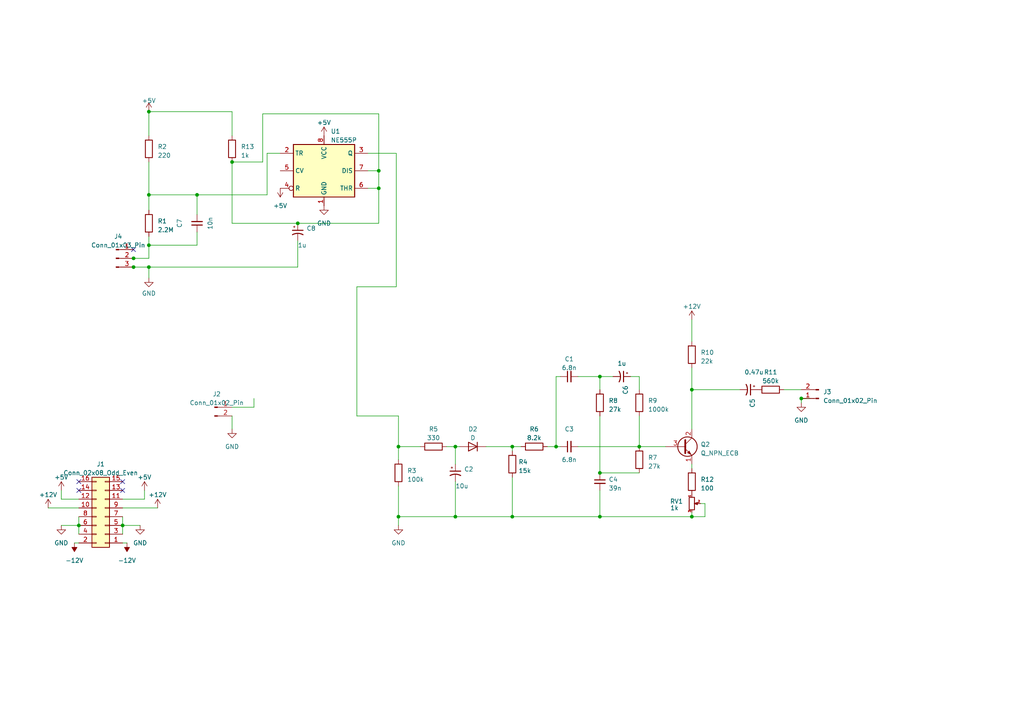
<source format=kicad_sch>
(kicad_sch (version 20230121) (generator eeschema)
  (paper "A4")
  (lib_symbols
    (symbol "Connector:Conn_01x02_Pin" (pin_names (offset 1.016) hide)
      (property "Reference" "J" (at 0 2.54 0))
      (property "Value" "Conn_01x02_Pin" (at 0 -5.08 0))
      (symbol "Conn_01x02_Pin_1_1"
        (polyline (pts (xy 1.27 -2.54) (xy 0.8636 -2.54)) (stroke (width 0.1524)))
        (polyline (pts (xy 1.27 0) (xy 0.8636 0)) (stroke (width 0.1524)))
        (rectangle (start 0.8636 -2.413) (end 0 -2.667) (stroke (width 0.1524)) (fill (type outline)))
        (rectangle (start 0.8636 0.127) (end 0 -0.127) (stroke (width 0.1524)) (fill (type outline)))
        (pin passive line (at 5.08 0 180) (length 3.81) (name "Pin_1") (number "1"))
        (pin passive line (at 5.08 -2.54 180) (length 3.81) (name "Pin_2") (number "2"))
      )
    )
    (symbol "Connector:Conn_01x03_Pin" (pin_names (offset 1.016) hide)
      (property "Reference" "J" (at 0 5.08 0))
      (property "Value" "Conn_01x03_Pin" (at 0 -5.08 0))
      (symbol "Conn_01x03_Pin_1_1"
        (polyline (pts (xy 1.27 -2.54) (xy 0.8636 -2.54)) (stroke (width 0.1524)))
        (polyline (pts (xy 1.27 0) (xy 0.8636 0)) (stroke (width 0.1524)))
        (polyline (pts (xy 1.27 2.54) (xy 0.8636 2.54)) (stroke (width 0.1524)))
        (rectangle (start 0.8636 -2.413) (end 0 -2.667) (stroke (width 0.1524)) (fill (type outline)))
        (rectangle (start 0.8636 0.127) (end 0 -0.127) (stroke (width 0.1524)) (fill (type outline)))
        (rectangle (start 0.8636 2.667) (end 0 2.413) (stroke (width 0.1524)) (fill (type outline)))
        (pin passive line (at 5.08 2.54 180) (length 3.81) (name "Pin_1") (number "1"))
        (pin passive line (at 5.08 0 180) (length 3.81) (name "Pin_2") (number "2"))
        (pin passive line (at 5.08 -2.54 180) (length 3.81) (name "Pin_3") (number "3"))
      )
    )
    (symbol "Connector_Generic:Conn_02x08_Odd_Even" (pin_names (offset 1.016) hide)
      (property "Reference" "J" (at 1.27 10.16 0))
      (property "Value" "Conn_02x08_Odd_Even" (at 1.27 -12.7 0))
      (symbol "Conn_02x08_Odd_Even_1_1"
        (rectangle (start -1.27 -10.033) (end 0 -10.287) (stroke (width 0.1524)))
        (rectangle (start -1.27 -7.493) (end 0 -7.747) (stroke (width 0.1524)))
        (rectangle (start -1.27 -4.953) (end 0 -5.207) (stroke (width 0.1524)))
        (rectangle (start -1.27 -2.413) (end 0 -2.667) (stroke (width 0.1524)))
        (rectangle (start -1.27 0.127) (end 0 -0.127) (stroke (width 0.1524)))
        (rectangle (start -1.27 2.667) (end 0 2.413) (stroke (width 0.1524)))
        (rectangle (start -1.27 5.207) (end 0 4.953) (stroke (width 0.1524)))
        (rectangle (start -1.27 7.747) (end 0 7.493) (stroke (width 0.1524)))
        (rectangle (start -1.27 8.89) (end 3.81 -11.43) (stroke (width 0.254)) (fill (type background)))
        (rectangle (start 3.81 -10.033) (end 2.54 -10.287) (stroke (width 0.1524)))
        (rectangle (start 3.81 -7.493) (end 2.54 -7.747) (stroke (width 0.1524)))
        (rectangle (start 3.81 -4.953) (end 2.54 -5.207) (stroke (width 0.1524)))
        (rectangle (start 3.81 -2.413) (end 2.54 -2.667) (stroke (width 0.1524)))
        (rectangle (start 3.81 0.127) (end 2.54 -0.127) (stroke (width 0.1524)))
        (rectangle (start 3.81 2.667) (end 2.54 2.413) (stroke (width 0.1524)))
        (rectangle (start 3.81 5.207) (end 2.54 4.953) (stroke (width 0.1524)))
        (rectangle (start 3.81 7.747) (end 2.54 7.493) (stroke (width 0.1524)))
        (pin passive line (at -5.08 7.62 0) (length 3.81) (name "Pin_1") (number "1"))
        (pin passive line (at 7.62 -2.54 180) (length 3.81) (name "Pin_10") (number "10"))
        (pin passive line (at -5.08 -5.08 0) (length 3.81) (name "Pin_11") (number "11"))
        (pin passive line (at 7.62 -5.08 180) (length 3.81) (name "Pin_12") (number "12"))
        (pin passive line (at -5.08 -7.62 0) (length 3.81) (name "Pin_13") (number "13"))
        (pin passive line (at 7.62 -7.62 180) (length 3.81) (name "Pin_14") (number "14"))
        (pin passive line (at -5.08 -10.16 0) (length 3.81) (name "Pin_15") (number "15"))
        (pin passive line (at 7.62 -10.16 180) (length 3.81) (name "Pin_16") (number "16"))
        (pin passive line (at 7.62 7.62 180) (length 3.81) (name "Pin_2") (number "2"))
        (pin passive line (at -5.08 5.08 0) (length 3.81) (name "Pin_3") (number "3"))
        (pin passive line (at 7.62 5.08 180) (length 3.81) (name "Pin_4") (number "4"))
        (pin passive line (at -5.08 2.54 0) (length 3.81) (name "Pin_5") (number "5"))
        (pin passive line (at 7.62 2.54 180) (length 3.81) (name "Pin_6") (number "6"))
        (pin passive line (at -5.08 0 0) (length 3.81) (name "Pin_7") (number "7"))
        (pin passive line (at 7.62 0 180) (length 3.81) (name "Pin_8") (number "8"))
        (pin passive line (at -5.08 -2.54 0) (length 3.81) (name "Pin_9") (number "9"))
      )
    )
    (symbol "Device:C_Polarized_Small_US" (pin_numbers hide) (pin_names (offset 0.254) hide)
      (property "Reference" "C" (at 0.254 1.778 0))
      (property "Value" "C_Polarized_Small_US" (at 0.254 -2.032 0))
      (symbol "C_Polarized_Small_US_0_1"
        (polyline (pts (xy -1.524 0.508) (xy 1.524 0.508)) (stroke (width 0.3048)))
        (polyline (pts (xy -1.27 1.524) (xy -0.762 1.524)))
        (polyline (pts (xy -1.016 1.27) (xy -1.016 1.778)))
        (arc (start 1.524 -0.762) (mid 0 -0.3734) (end -1.524 -0.762) (stroke (width 0.3048)))
      )
      (symbol "C_Polarized_Small_US_1_1"
        (pin passive line (at 0 2.54 270) (length 2.032) (name "~") (number "1"))
        (pin passive line (at 0 -2.54 90) (length 2.032) (name "~") (number "2"))
      )
    )
    (symbol "Device:C_Small" (pin_numbers hide) (pin_names (offset 0.254) hide)
      (property "Reference" "C" (at 0.254 1.778 0))
      (property "Value" "C_Small" (at 0.254 -2.032 0))
      (symbol "C_Small_0_1"
        (polyline (pts (xy -1.524 -0.508) (xy 1.524 -0.508)) (stroke (width 0.3302)))
        (polyline (pts (xy -1.524 0.508) (xy 1.524 0.508)) (stroke (width 0.3048)))
      )
      (symbol "C_Small_1_1"
        (pin passive line (at 0 2.54 270) (length 2.032) (name "~") (number "1"))
        (pin passive line (at 0 -2.54 90) (length 2.032) (name "~") (number "2"))
      )
    )
    (symbol "Device:D" (pin_numbers hide) (pin_names (offset 1.016) hide)
      (property "Reference" "D" (at 0 2.54 0))
      (property "Value" "D" (at 0 -2.54 0))
      (symbol "D_0_1"
        (polyline (pts (xy -1.27 1.27) (xy -1.27 -1.27)) (stroke (width 0.254)))
        (polyline (pts (xy 1.27 0) (xy -1.27 0)))
        (polyline (pts (xy 1.27 1.27) (xy 1.27 -1.27) (xy -1.27 0) (xy 1.27 1.27)) (stroke (width 0.254)))
      )
      (symbol "D_1_1"
        (pin passive line (at -3.81 0 0) (length 2.54) (name "K") (number "1"))
        (pin passive line (at 3.81 0 180) (length 2.54) (name "A") (number "2"))
      )
    )
    (symbol "Device:Q_NPN_ECB" (pin_names (offset 0) hide)
      (property "Reference" "Q" (at 5.08 1.27 0))
      (property "Value" "Q_NPN_ECB" (at 5.08 -1.27 0))
      (symbol "Q_NPN_ECB_0_1"
        (polyline (pts (xy 0.635 0.635) (xy 2.54 2.54)))
        (polyline (pts (xy 0.635 -0.635) (xy 2.54 -2.54) (xy 2.54 -2.54)))
        (polyline (pts (xy 0.635 1.905) (xy 0.635 -1.905) (xy 0.635 -1.905)) (stroke (width 0.508)))
        (polyline (pts (xy 1.27 -1.778) (xy 1.778 -1.27) (xy 2.286 -2.286) (xy 1.27 -1.778) (xy 1.27 -1.778)) (fill (type outline)))
        (circle (center 1.27 0) (radius 2.8194) (stroke (width 0.254)))
      )
      (symbol "Q_NPN_ECB_1_1"
        (pin passive line (at 2.54 -5.08 90) (length 2.54) (name "E") (number "1"))
        (pin passive line (at 2.54 5.08 270) (length 2.54) (name "C") (number "2"))
        (pin passive line (at -5.08 0 0) (length 5.715) (name "B") (number "3"))
      )
    )
    (symbol "Device:R" (pin_numbers hide) (pin_names (offset 0))
      (property "Reference" "R" (at 2.032 0 90))
      (property "Value" "R" (at 0 0 90))
      (symbol "R_0_1"
        (rectangle (start -1.016 -2.54) (end 1.016 2.54) (stroke (width 0.254)))
      )
      (symbol "R_1_1"
        (pin passive line (at 0 3.81 270) (length 1.27) (name "~") (number "1"))
        (pin passive line (at 0 -3.81 90) (length 1.27) (name "~") (number "2"))
      )
    )
    (symbol "Device:R_Potentiometer_Small" (pin_names (offset 1.016) hide)
      (property "Reference" "RV" (at -4.445 0 90))
      (property "Value" "R_Potentiometer_Small" (at -2.54 0 90))
      (symbol "R_Potentiometer_Small_0_1"
        (polyline (pts (xy 0.889 0) (xy 0.635 0) (xy 1.651 0.381) (xy 1.651 -0.381) (xy 0.635 0) (xy 0.889 0)) (fill (type outline)))
        (rectangle (start 0.762 1.8034) (end -0.762 -1.8034) (stroke (width 0.254)))
      )
      (symbol "R_Potentiometer_Small_1_1"
        (pin passive line (at 0 2.54 270) (length 0.635) (name "1") (number "1"))
        (pin passive line (at 2.54 0 180) (length 0.9906) (name "2") (number "2"))
        (pin passive line (at 0 -2.54 90) (length 0.635) (name "3") (number "3"))
      )
    )
    (symbol "Timer:NE555P"
      (property "Reference" "U" (at -10.16 8.89 0))
      (property "Value" "NE555P" (at 2.54 8.89 0))
      (symbol "NE555P_0_0"
        (pin power_in line (at 0 -10.16 90) (length 2.54) (name "GND") (number "1"))
        (pin power_in line (at 0 10.16 270) (length 2.54) (name "VCC") (number "8"))
      )
      (symbol "NE555P_0_1"
        (rectangle (start -8.89 -7.62) (end 8.89 7.62) (stroke (width 0.254)) (fill (type background)))
        (rectangle (start -8.89 -7.62) (end 8.89 7.62) (stroke (width 0.254)) (fill (type background)))
      )
      (symbol "NE555P_1_1"
        (pin input line (at -12.7 5.08 0) (length 3.81) (name "TR") (number "2"))
        (pin output line (at 12.7 5.08 180) (length 3.81) (name "Q") (number "3"))
        (pin input inverted (at -12.7 -5.08 0) (length 3.81) (name "R") (number "4"))
        (pin input line (at -12.7 0 0) (length 3.81) (name "CV") (number "5"))
        (pin input line (at 12.7 -5.08 180) (length 3.81) (name "THR") (number "6"))
        (pin input line (at 12.7 0 180) (length 3.81) (name "DIS") (number "7"))
      )
    )
    (symbol "power:+12V" (power) (pin_names (offset 0))
      (property "Value" "+12V" (at 0 3.556 0))
      (symbol "+12V_0_1"
        (polyline (pts (xy -0.762 1.27) (xy 0 2.54)))
        (polyline (pts (xy 0 0) (xy 0 2.54)))
        (polyline (pts (xy 0 2.54) (xy 0.762 1.27)))
      )
      (symbol "+12V_1_1"
        (pin power_in line (at 0 0 90) (length 0) hide (name "+12V") (number "1"))
      )
    )
    (symbol "power:+5V" (power) (pin_names (offset 0))
      (property "Value" "+5V" (at 0 3.556 0))
      (symbol "+5V_0_1"
        (polyline (pts (xy -0.762 1.27) (xy 0 2.54)))
        (polyline (pts (xy 0 0) (xy 0 2.54)))
        (polyline (pts (xy 0 2.54) (xy 0.762 1.27)))
      )
      (symbol "+5V_1_1"
        (pin power_in line (at 0 0 90) (length 0) hide (name "+5V") (number "1"))
      )
    )
    (symbol "power:-12V" (power) (pin_names (offset 0))
      (property "Value" "-12V" (at 0 3.81 0))
      (symbol "-12V_0_0"
        (pin power_in line (at 0 0 90) (length 0) hide (name "-12V") (number "1"))
      )
      (symbol "-12V_0_1"
        (polyline (pts (xy 0 0) (xy 0 1.27) (xy 0.762 1.27) (xy 0 2.54) (xy -0.762 1.27) (xy 0 1.27)) (fill (type outline)))
      )
    )
    (symbol "power:GND" (power) (pin_names (offset 0))
      (property "Value" "GND" (at 0 -3.81 0))
      (symbol "GND_0_1"
        (polyline (pts (xy 0 0) (xy 0 -1.27) (xy 1.27 -1.27) (xy 0 -2.54) (xy -1.27 -1.27) (xy 0 -1.27)))
      )
      (symbol "GND_1_1"
        (pin power_in line (at 0 0 270) (length 0) hide (name "GND") (number "1"))
      )
    )
  )
  (junction (at 148.59 129.54))
  (junction (at 115.57 149.86))
  (junction (at 148.59 149.86))
  (junction (at 35.56 152.4))
  (junction (at 38.735 77.47))
  (junction (at 86.36 64.77))
  (junction (at 115.57 129.54))
  (junction (at 109.855 54.61))
  (junction (at 173.99 109.22))
  (junction (at 109.855 49.53))
  (junction (at 200.66 149.86))
  (junction (at 43.18 71.12))
  (junction (at 22.86 152.4))
  (junction (at 173.99 137.16))
  (junction (at 132.08 129.54))
  (junction (at 38.735 74.93))
  (junction (at 67.31 46.99))
  (junction (at 200.66 113.03))
  (junction (at 43.18 56.515))
  (junction (at 173.99 149.86))
  (junction (at 232.41 115.57))
  (junction (at 185.42 129.54))
  (junction (at 43.18 32.385))
  (junction (at 161.29 129.54))
  (junction (at 132.08 149.86))
  (junction (at 43.18 77.47))
  (junction (at 57.15 56.515))
  (no_connect (at 22.86 139.7))
  (no_connect (at 35.56 139.7))
  (no_connect (at 35.56 142.24))
  (no_connect (at 38.7096 72.39))
  (no_connect (at 22.86 142.24))
  (wire (pts (xy 43.18 46.99) (xy 43.18 56.515)))
  (wire (pts (xy 234.95 115.57) (xy 232.41 115.57)))
  (wire (pts (xy 103.505 120.65) (xy 115.57 120.65)))
  (wire (pts (xy 203.2 146.05) (xy 204.47 146.05)))
  (wire (pts (xy 43.18 32.385) (xy 67.31 32.385)))
  (wire (pts (xy 132.08 139.7) (xy 132.08 149.86)))
  (wire (pts (xy 22.86 152.4) (xy 22.86 154.94)))
  (wire (pts (xy 173.99 109.22) (xy 177.8 109.22)))
  (wire (pts (xy 140.97 129.54) (xy 148.59 129.54)))
  (wire (pts (xy 77.47 56.515) (xy 77.47 44.45)))
  (wire (pts (xy 148.59 149.86) (xy 173.99 149.86)))
  (wire (pts (xy 109.855 33.02) (xy 109.855 49.53)))
  (wire (pts (xy 148.59 138.43) (xy 148.59 149.86)))
  (wire (pts (xy 73.66 118.11) (xy 73.66 115.57)))
  (wire (pts (xy 17.78 144.78) (xy 22.86 144.78)))
  (wire (pts (xy 21.59 157.48) (xy 22.86 157.48)))
  (wire (pts (xy 115.57 120.65) (xy 115.57 129.54)))
  (wire (pts (xy 13.97 147.32) (xy 22.86 147.32)))
  (wire (pts (xy 173.99 113.03) (xy 173.99 109.22)))
  (wire (pts (xy 173.99 120.65) (xy 173.99 137.16)))
  (wire (pts (xy 132.08 149.86) (xy 148.59 149.86)))
  (wire (pts (xy 132.08 129.54) (xy 133.35 129.54)))
  (wire (pts (xy 161.29 109.22) (xy 162.56 109.22)))
  (wire (pts (xy 86.36 77.47) (xy 43.18 77.47)))
  (wire (pts (xy 38.735 77.47) (xy 43.18 77.47)))
  (wire (pts (xy 158.75 129.54) (xy 161.29 129.54)))
  (wire (pts (xy 115.57 149.86) (xy 115.57 152.4)))
  (wire (pts (xy 77.47 44.45) (xy 81.28 44.45)))
  (wire (pts (xy 185.42 109.22) (xy 185.42 113.03)))
  (wire (pts (xy 57.15 67.31) (xy 57.15 71.12)))
  (wire (pts (xy 43.18 74.93) (xy 43.18 71.12)))
  (wire (pts (xy 200.66 148.59) (xy 200.66 149.86)))
  (wire (pts (xy 103.505 83.185) (xy 103.505 120.65)))
  (wire (pts (xy 161.29 129.54) (xy 162.56 129.54)))
  (wire (pts (xy 200.66 113.03) (xy 214.63 113.03)))
  (wire (pts (xy 106.68 44.45) (xy 114.935 44.45)))
  (wire (pts (xy 35.56 147.32) (xy 45.72 147.32)))
  (wire (pts (xy 173.99 137.16) (xy 185.42 137.16)))
  (wire (pts (xy 109.855 49.53) (xy 109.855 54.61)))
  (wire (pts (xy 167.64 109.22) (xy 173.99 109.22)))
  (wire (pts (xy 67.31 32.385) (xy 67.31 39.37)))
  (wire (pts (xy 148.59 129.54) (xy 151.13 129.54)))
  (wire (pts (xy 57.15 71.12) (xy 43.18 71.12)))
  (wire (pts (xy 22.86 149.86) (xy 22.86 152.4)))
  (wire (pts (xy 200.66 113.03) (xy 200.66 124.46)))
  (wire (pts (xy 38.481 77.47) (xy 38.735 77.47)))
  (wire (pts (xy 43.18 77.47) (xy 43.18 80.645)))
  (wire (pts (xy 67.31 46.99) (xy 67.31 64.77)))
  (wire (pts (xy 200.66 134.62) (xy 200.66 135.89)))
  (wire (pts (xy 76.2 46.99) (xy 76.2 33.02)))
  (wire (pts (xy 76.2 33.02) (xy 109.855 33.02)))
  (wire (pts (xy 43.18 56.515) (xy 43.18 60.96)))
  (wire (pts (xy 17.78 152.4) (xy 22.86 152.4)))
  (wire (pts (xy 57.15 62.23) (xy 57.15 56.515)))
  (wire (pts (xy 109.855 54.61) (xy 109.855 64.77)))
  (wire (pts (xy 35.56 152.4) (xy 40.64 152.4)))
  (wire (pts (xy 38.735 74.93) (xy 43.18 74.93)))
  (wire (pts (xy 115.57 133.35) (xy 115.57 129.54)))
  (wire (pts (xy 43.18 68.58) (xy 43.18 71.12)))
  (wire (pts (xy 204.47 149.86) (xy 204.47 146.05)))
  (wire (pts (xy 132.08 129.54) (xy 132.08 134.62)))
  (wire (pts (xy 200.66 92.71) (xy 200.66 99.06)))
  (wire (pts (xy 86.36 64.77) (xy 109.855 64.77)))
  (wire (pts (xy 148.59 129.54) (xy 148.59 130.81)))
  (wire (pts (xy 129.54 129.54) (xy 132.08 129.54)))
  (wire (pts (xy 200.66 106.68) (xy 200.66 113.03)))
  (wire (pts (xy 114.935 83.185) (xy 103.505 83.185)))
  (wire (pts (xy 106.68 54.61) (xy 109.855 54.61)))
  (wire (pts (xy 227.33 113.03) (xy 232.41 113.03)))
  (wire (pts (xy 41.91 144.78) (xy 41.91 142.24)))
  (wire (pts (xy 35.56 149.86) (xy 35.56 152.4)))
  (wire (pts (xy 38.608 74.93) (xy 38.735 74.93)))
  (wire (pts (xy 57.15 56.515) (xy 77.47 56.515)))
  (wire (pts (xy 35.56 152.4) (xy 35.56 154.94)))
  (wire (pts (xy 86.36 69.85) (xy 86.36 77.47)))
  (wire (pts (xy 35.56 144.78) (xy 41.91 144.78)))
  (wire (pts (xy 167.64 129.54) (xy 185.42 129.54)))
  (wire (pts (xy 109.855 49.53) (xy 106.68 49.53)))
  (wire (pts (xy 67.31 118.11) (xy 73.66 118.11)))
  (wire (pts (xy 185.42 120.65) (xy 185.42 129.54)))
  (wire (pts (xy 43.18 56.515) (xy 57.15 56.515)))
  (wire (pts (xy 115.57 129.54) (xy 121.92 129.54)))
  (wire (pts (xy 35.56 157.48) (xy 36.83 157.48)))
  (wire (pts (xy 232.41 115.57) (xy 232.41 116.84)))
  (wire (pts (xy 115.57 140.97) (xy 115.57 149.86)))
  (wire (pts (xy 185.42 129.54) (xy 193.04 129.54)))
  (wire (pts (xy 17.78 142.24) (xy 17.78 144.78)))
  (wire (pts (xy 67.31 46.99) (xy 76.2 46.99)))
  (wire (pts (xy 182.88 109.22) (xy 185.42 109.22)))
  (wire (pts (xy 161.29 129.54) (xy 161.29 109.22)))
  (wire (pts (xy 67.31 64.77) (xy 86.36 64.77)))
  (wire (pts (xy 200.66 149.86) (xy 204.47 149.86)))
  (wire (pts (xy 173.99 149.86) (xy 200.66 149.86)))
  (wire (pts (xy 114.935 44.45) (xy 114.935 83.185)))
  (wire (pts (xy 43.18 39.37) (xy 43.18 32.385)))
  (wire (pts (xy 173.99 142.24) (xy 173.99 149.86)))
  (wire (pts (xy 115.57 149.86) (xy 132.08 149.86)))
  (wire (pts (xy 67.31 120.65) (xy 67.31 124.46)))
  (symbol (lib_id "Connector_Generic:Conn_02x08_Odd_Even") (at 30.48 149.86 180) (unit 1)
    (property "Reference" "J1" (at 29.21 134.62 0))
    (property "Value" "Conn_02x08_Odd_Even" (at 29.21 137.16 0))
    (property "Footprint" "Connector_IDC:IDC-Header_2x08_P2.54mm_Vertical_SMD" (effects hide))
  )
  (symbol (lib_id "Device:C_Small") (at 165.1 129.54 90) (unit 1)
    (property "Reference" "C3" (at 165.1063 124.46 90))
    (property "Value" "6.8n" (at 165.1 133.35 90))
    (property "Footprint" "Capacitor_SMD:C_1206_3216Metric_Pad1.33x1.80mm_HandSolder" (effects hide))
  )
  (symbol (lib_id "Device:D") (at 137.16 129.54 180) (unit 1)
    (property "Reference" "D2" (at 137.16 124.46 0))
    (property "Value" "D" (at 137.16 127 0))
    (property "Footprint" "Diode_SMD:D_1206_3216Metric_Pad1.42x1.75mm_HandSolder" (effects hide))
    (property "Sim.Device" "D" (effects hide))
    (property "Sim.Pins" "1=K 2=A" (effects hide))
  )
  (symbol (lib_id "Device:R") (at 185.42 116.84 0) (unit 1)
    (property "Reference" "R9" (at 187.96 116.205 0) (effects (justify left)))
    (property "Value" "1000k" (at 187.96 118.745 0) (effects (justify left)))
    (property "Footprint" "Resistor_SMD:R_1206_3216Metric_Pad1.30x1.75mm_HandSolder" (effects hide))
  )
  (symbol (lib_id "Device:C_Polarized_Small_US") (at 132.08 137.16 0) (unit 1)
    (property "Reference" "C2" (at 134.62 136.0932 0) (effects (justify left)))
    (property "Value" "10u" (at 132.08 140.97 0) (effects (justify left)))
    (property "Footprint" "Capacitor_SMD:C_1206_3216Metric_Pad1.33x1.80mm_HandSolder" (effects hide))
  )
  (symbol (lib_id "power:GND") (at 40.64 152.4 0) (unit 1)
    (property "Reference" "#PWR04" (effects hide))
    (property "Value" "GND" (at 40.64 157.48 0))
  )
  (symbol (lib_id "power:-12V") (at 21.59 157.48 180) (unit 1)
    (property "Reference" "#PWR01" (effects hide))
    (property "Value" "-12V" (at 21.59 162.56 0))
  )
  (symbol (lib_id "Device:C_Small") (at 57.15 64.77 180) (unit 1)
    (property "Reference" "C7" (at 52.07 64.7637 90))
    (property "Value" "10n" (at 60.96 64.77 90))
    (property "Footprint" "Capacitor_SMD:C_1206_3216Metric_Pad1.33x1.80mm_HandSolder" (effects hide))
  )
  (symbol (lib_id "Device:C_Small") (at 165.1 109.22 90) (unit 1)
    (property "Reference" "C1" (at 165.1063 104.14 90))
    (property "Value" "6.8n" (at 165.1063 106.68 90))
    (property "Footprint" "Capacitor_SMD:C_1206_3216Metric_Pad1.33x1.80mm_HandSolder" (effects hide))
  )
  (symbol (lib_id "power:GND") (at 232.41 116.84 0) (unit 1)
    (property "Reference" "#PWR011" (effects hide))
    (property "Value" "GND" (at 232.41 121.92 0))
  )
  (symbol (lib_id "power:+5V") (at 43.18 32.385 0) (unit 1)
    (property "Reference" "#PWR015" (effects hide))
    (property "Value" "+5V" (at 43.18 29.21 0))
  )
  (symbol (lib_id "Connector:Conn_01x03_Pin") (at 33.655 74.93 0) (unit 1)
    (property "Reference" "J4" (at 34.29 68.58 0))
    (property "Value" "Conn_01x03_Pin" (at 34.29 71.12 0))
  )
  (symbol (lib_id "Device:R_Potentiometer_Small") (at 200.66 146.05 0) (unit 1)
    (property "Reference" "RV1" (at 198.12 145.415 0) (effects (justify right)))
    (property "Value" "1k" (at 196.85 147.32 0) (effects (justify right)))
    (property "Footprint" "Connector_JST:JST_XH_B3B-XH-A_1x03_P2.50mm_Vertical" (effects hide))
  )
  (symbol (lib_id "power:+12V") (at 13.97 147.32 0) (unit 1)
    (property "Reference" "#PWR06" (effects hide))
    (property "Value" "+12V" (at 13.97 143.51 0))
  )
  (symbol (lib_id "Device:C_Polarized_Small_US") (at 180.34 109.22 270) (unit 1)
    (property "Reference" "C6" (at 181.4068 111.76 0) (effects (justify left)))
    (property "Value" "1u" (at 179.07 105.41 90) (effects (justify left)))
    (property "Footprint" "Capacitor_SMD:C_1206_3216Metric_Pad1.33x1.80mm_HandSolder" (effects hide))
  )
  (symbol (lib_id "Device:R") (at 67.31 43.18 0) (unit 1)
    (property "Reference" "R13" (at 69.85 42.545 0) (effects (justify left)))
    (property "Value" "1k" (at 69.85 45.085 0) (effects (justify left)))
    (property "Footprint" "Resistor_SMD:R_1206_3216Metric_Pad1.30x1.75mm_HandSolder" (effects hide))
  )
  (symbol (lib_id "power:+12V") (at 45.72 147.32 0) (unit 1)
    (property "Reference" "#PWR07" (effects hide))
    (property "Value" "+12V" (at 45.72 143.51 0))
  )
  (symbol (lib_id "Connector:Conn_01x02_Pin") (at 237.49 115.57 180) (unit 1)
    (property "Reference" "J3" (at 238.76 113.665 0) (effects (justify right)))
    (property "Value" "Conn_01x02_Pin" (at 238.76 116.205 0) (effects (justify right)))
    (property "Footprint" "Connector_JST:JST_EH_B2B-EH-A_1x02_P2.50mm_Vertical" (effects hide))
  )
  (symbol (lib_id "Device:R") (at 200.66 102.87 0) (unit 1)
    (property "Reference" "R10" (at 203.2 102.235 0) (effects (justify left)))
    (property "Value" "22k" (at 203.2 104.775 0) (effects (justify left)))
    (property "Footprint" "Resistor_SMD:R_1206_3216Metric_Pad1.30x1.75mm_HandSolder" (effects hide))
  )
  (symbol (lib_id "Device:C_Polarized_Small_US") (at 86.36 67.31 0) (unit 1)
    (property "Reference" "C8" (at 88.9 66.2432 0) (effects (justify left)))
    (property "Value" "1u" (at 86.36 71.12 0) (effects (justify left)))
    (property "Footprint" "Capacitor_SMD:C_1206_3216Metric_Pad1.33x1.80mm_HandSolder" (effects hide))
  )
  (symbol (lib_id "Device:C_Polarized_Small_US") (at 217.17 113.03 270) (unit 1)
    (property "Reference" "C5" (at 218.2368 115.57 0) (effects (justify left)))
    (property "Value" "0.47u" (at 215.9 107.95 90) (effects (justify left)))
    (property "Footprint" "Capacitor_SMD:C_1206_3216Metric_Pad1.33x1.80mm_HandSolder" (effects hide))
  )
  (symbol (lib_id "power:+5V") (at 17.78 142.24 0) (unit 1)
    (property "Reference" "#PWR09" (effects hide))
    (property "Value" "+5V" (at 17.78 138.43 0))
  )
  (symbol (lib_id "Device:R") (at 154.94 129.54 90) (unit 1)
    (property "Reference" "R6" (at 154.94 124.46 90))
    (property "Value" "8.2k" (at 154.94 127 90))
    (property "Footprint" "Resistor_SMD:R_1206_3216Metric_Pad1.30x1.75mm_HandSolder" (effects hide))
  )
  (symbol (lib_id "power:GND") (at 43.18 80.645 0) (unit 1)
    (property "Reference" "#PWR014" (effects hide))
    (property "Value" "GND" (at 43.18 85.09 0))
  )
  (symbol (lib_id "Device:R") (at 125.73 129.54 90) (unit 1)
    (property "Reference" "R5" (at 125.73 124.46 90))
    (property "Value" "330" (at 125.73 127 90))
    (property "Footprint" "Resistor_SMD:R_1206_3216Metric_Pad1.30x1.75mm_HandSolder" (effects hide))
  )
  (symbol (lib_id "Device:C_Small") (at 173.99 139.7 0) (unit 1)
    (property "Reference" "C4" (at 176.53 139.0713 0) (effects (justify left)))
    (property "Value" "39n" (at 176.53 141.6113 0) (effects (justify left)))
    (property "Footprint" "Capacitor_SMD:C_1206_3216Metric_Pad1.33x1.80mm_HandSolder" (effects hide))
  )
  (symbol (lib_id "power:GND") (at 115.57 152.4 0) (unit 1)
    (property "Reference" "#PWR012" (effects hide))
    (property "Value" "GND" (at 115.57 157.48 0))
  )
  (symbol (lib_id "Device:R") (at 223.52 113.03 90) (unit 1)
    (property "Reference" "R11" (at 223.52 107.95 90))
    (property "Value" "560k" (at 223.52 110.49 90))
    (property "Footprint" "Resistor_SMD:R_1206_3216Metric_Pad1.30x1.75mm_HandSolder" (effects hide))
  )
  (symbol (lib_id "power:GND") (at 67.31 124.46 0) (unit 1)
    (property "Reference" "#PWR02" (effects hide))
    (property "Value" "GND" (at 67.31 129.54 0))
  )
  (symbol (lib_id "Device:R") (at 200.66 139.7 0) (unit 1)
    (property "Reference" "R12" (at 203.2 139.065 0) (effects (justify left)))
    (property "Value" "100" (at 203.2 141.605 0) (effects (justify left)))
    (property "Footprint" "Resistor_SMD:R_1206_3216Metric_Pad1.30x1.75mm_HandSolder" (effects hide))
  )
  (symbol (lib_id "power:+5V") (at 41.91 142.24 0) (unit 1)
    (property "Reference" "#PWR08" (effects hide))
    (property "Value" "+5V" (at 41.91 138.43 0))
  )
  (symbol (lib_id "Timer:NE555P") (at 93.98 49.53 0) (unit 1)
    (property "Reference" "U1" (at 95.9359 38.1 0) (effects (justify left)))
    (property "Value" "NE555P" (at 95.9359 40.64 0) (effects (justify left)))
    (property "Footprint" "Package_DIP:DIP-8_W7.62mm" (effects hide))
    (property "Datasheet" "http://www.ti.com/lit/ds/symlink/ne555.pdf" (effects hide))
  )
  (symbol (lib_id "Device:R") (at 185.42 133.35 0) (unit 1)
    (property "Reference" "R7" (at 187.96 132.715 0) (effects (justify left)))
    (property "Value" "27k" (at 187.96 135.255 0) (effects (justify left)))
    (property "Footprint" "Resistor_SMD:R_1206_3216Metric_Pad1.30x1.75mm_HandSolder" (effects hide))
  )
  (symbol (lib_id "power:-12V") (at 36.83 157.48 180) (unit 1)
    (property "Reference" "#PWR03" (effects hide))
    (property "Value" "-12V" (at 36.83 162.56 0))
  )
  (symbol (lib_id "power:+12V") (at 200.66 92.71 0) (unit 1)
    (property "Reference" "#PWR010" (effects hide))
    (property "Value" "+12V" (at 200.66 88.9 0))
  )
  (symbol (lib_id "Device:R") (at 43.18 64.77 0) (unit 1)
    (property "Reference" "R1" (at 45.72 64.135 0) (effects (justify left)))
    (property "Value" "2.2M" (at 45.72 66.675 0) (effects (justify left)))
    (property "Footprint" "Resistor_SMD:R_1206_3216Metric_Pad1.30x1.75mm_HandSolder" (effects hide))
  )
  (symbol (lib_id "power:GND") (at 93.98 59.69 0) (unit 1)
    (property "Reference" "#PWR013" (effects hide))
    (property "Value" "GND" (at 93.98 64.77 0))
  )
  (symbol (lib_id "Device:R") (at 115.57 137.16 0) (unit 1)
    (property "Reference" "R3" (at 118.11 136.525 0) (effects (justify left)))
    (property "Value" "100k" (at 118.11 139.065 0) (effects (justify left)))
    (property "Footprint" "Resistor_SMD:R_1206_3216Metric_Pad1.30x1.75mm_HandSolder" (effects hide))
  )
  (symbol (lib_id "power:+5V") (at 81.28 54.61 180) (unit 1)
    (property "Reference" "#PWR017" (effects hide))
    (property "Value" "+5V" (at 81.28 59.69 0))
  )
  (symbol (lib_id "Device:R") (at 43.18 43.18 0) (unit 1)
    (property "Reference" "R2" (at 45.72 42.545 0) (effects (justify left)))
    (property "Value" "220" (at 45.72 45.085 0) (effects (justify left)))
    (property "Footprint" "Resistor_SMD:R_1206_3216Metric_Pad1.30x1.75mm_HandSolder" (effects hide))
  )
  (symbol (lib_id "Connector:Conn_01x02_Pin") (at 62.23 118.11 0) (unit 1)
    (property "Reference" "J2" (at 62.865 114.3 0))
    (property "Value" "Conn_01x02_Pin" (at 62.865 116.84 0))
    (property "Footprint" "Connector_JST:JST_EH_B2B-EH-A_1x02_P2.50mm_Vertical" (effects hide))
  )
  (symbol (lib_id "Device:Q_NPN_ECB") (at 198.12 129.54 0) (unit 1)
    (property "Reference" "Q2" (at 203.2 128.905 0) (effects (justify left)))
    (property "Value" "Q_NPN_ECB" (at 203.2 131.445 0) (effects (justify left)))
    (property "Footprint" "Package_TO_SOT_SMD:SOT-23-3" (effects hide))
  )
  (symbol (lib_id "power:GND") (at 17.78 152.4 0) (unit 1)
    (property "Reference" "#PWR05" (effects hide))
    (property "Value" "GND" (at 17.78 157.48 0))
  )
  (symbol (lib_id "Device:R") (at 173.99 116.84 0) (unit 1)
    (property "Reference" "R8" (at 176.53 116.205 0) (effects (justify left)))
    (property "Value" "27k" (at 176.53 118.745 0) (effects (justify left)))
    (property "Footprint" "Resistor_SMD:R_1206_3216Metric_Pad1.30x1.75mm_HandSolder" (effects hide))
  )
  (symbol (lib_id "Device:R") (at 148.59 134.62 0) (unit 1)
    (property "Reference" "R4" (at 150.378 133.985 0) (effects (justify left)))
    (property "Value" "15k" (at 150.378 136.525 0) (effects (justify left)))
    (property "Footprint" "Resistor_SMD:R_1206_3216Metric_Pad1.30x1.75mm_HandSolder" (effects hide))
  )
  (symbol (lib_id "power:+5V") (at 93.98 39.37 0) (unit 1)
    (property "Reference" "#PWR016" (effects hide))
    (property "Value" "+5V" (at 93.98 35.56 0))
  )
)
</source>
